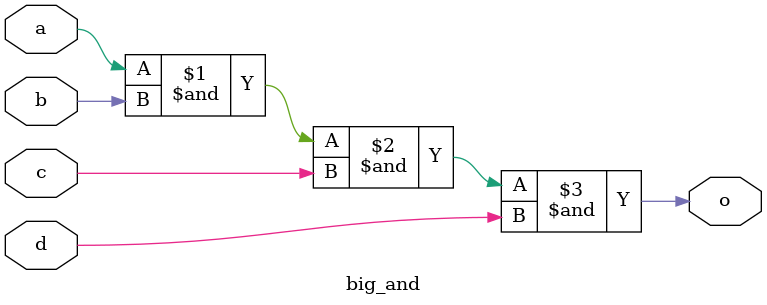
<source format=sv>

module big_and(
  input logic a,
  input logic b,
  input logic c,
  input logic d,
  output logic o
);
  and and0(o, a, b, c, d);
endmodule

</source>
